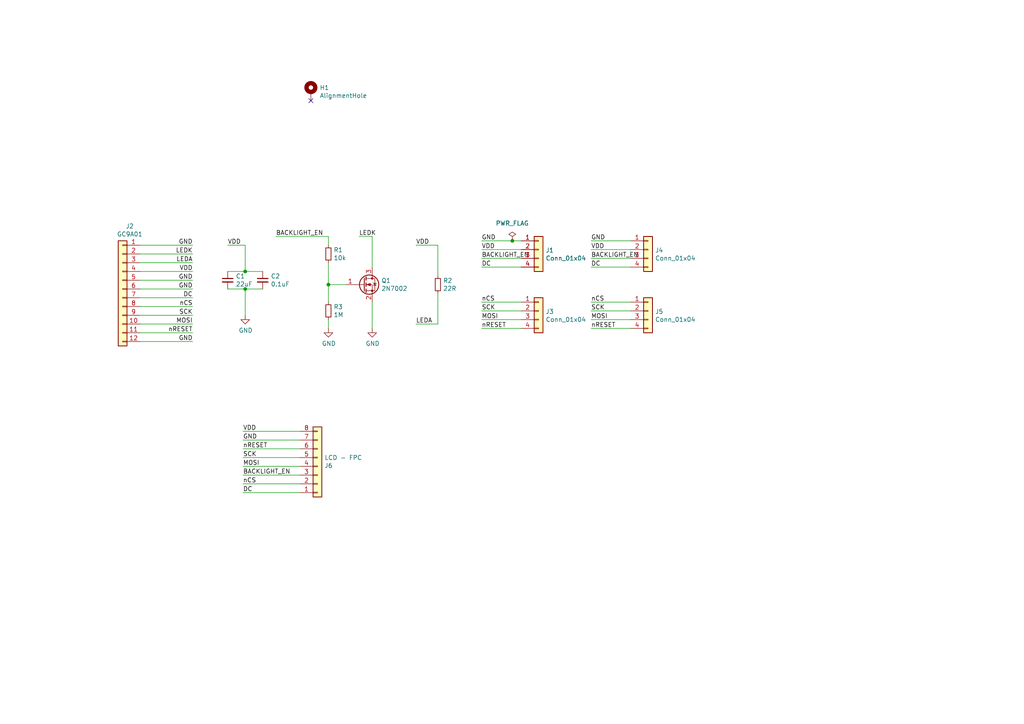
<source format=kicad_sch>
(kicad_sch (version 20230121) (generator eeschema)
  (paper "A4")
  (title_block (rev "${RELEASE_VERSION}") (comment 2 "${COMMIT_DATE_LONG}") (comment 3 "${COMMIT_HASH}"))
  (lib_symbols
    (symbol "Connector_Generic:Conn_01x04" (pin_names (offset 1.016) hide)
      (property "Reference" "J" (at 0 5.08 0))
      (property "Value" "Conn_01x04" (at 0 -7.62 0))
      (symbol "Conn_01x04_1_1"
        (rectangle (start -1.27 -4.953) (end 0 -5.207) (stroke (width 0.1524)))
        (rectangle (start -1.27 -2.413) (end 0 -2.667) (stroke (width 0.1524)))
        (rectangle (start -1.27 0.127) (end 0 -0.127) (stroke (width 0.1524)))
        (rectangle (start -1.27 2.667) (end 0 2.413) (stroke (width 0.1524)))
        (rectangle (start -1.27 3.81) (end 1.27 -6.35) (stroke (width 0.254)) (fill (type background)))
        (pin passive line (at -5.08 2.54 0) (length 3.81) (name "Pin_1") (number "1"))
        (pin passive line (at -5.08 0 0) (length 3.81) (name "Pin_2") (number "2"))
        (pin passive line (at -5.08 -2.54 0) (length 3.81) (name "Pin_3") (number "3"))
        (pin passive line (at -5.08 -5.08 0) (length 3.81) (name "Pin_4") (number "4"))
      )
    )
    (symbol "Connector_Generic:Conn_01x08" (pin_names (offset 1.016) hide)
      (property "Reference" "J" (at 0 10.16 0))
      (property "Value" "Conn_01x08" (at 0 -12.7 0))
      (symbol "Conn_01x08_1_1"
        (rectangle (start -1.27 -10.033) (end 0 -10.287) (stroke (width 0.1524)))
        (rectangle (start -1.27 -7.493) (end 0 -7.747) (stroke (width 0.1524)))
        (rectangle (start -1.27 -4.953) (end 0 -5.207) (stroke (width 0.1524)))
        (rectangle (start -1.27 -2.413) (end 0 -2.667) (stroke (width 0.1524)))
        (rectangle (start -1.27 0.127) (end 0 -0.127) (stroke (width 0.1524)))
        (rectangle (start -1.27 2.667) (end 0 2.413) (stroke (width 0.1524)))
        (rectangle (start -1.27 5.207) (end 0 4.953) (stroke (width 0.1524)))
        (rectangle (start -1.27 7.747) (end 0 7.493) (stroke (width 0.1524)))
        (rectangle (start -1.27 8.89) (end 1.27 -11.43) (stroke (width 0.254)) (fill (type background)))
        (pin passive line (at -5.08 7.62 0) (length 3.81) (name "Pin_1") (number "1"))
        (pin passive line (at -5.08 5.08 0) (length 3.81) (name "Pin_2") (number "2"))
        (pin passive line (at -5.08 2.54 0) (length 3.81) (name "Pin_3") (number "3"))
        (pin passive line (at -5.08 0 0) (length 3.81) (name "Pin_4") (number "4"))
        (pin passive line (at -5.08 -2.54 0) (length 3.81) (name "Pin_5") (number "5"))
        (pin passive line (at -5.08 -5.08 0) (length 3.81) (name "Pin_6") (number "6"))
        (pin passive line (at -5.08 -7.62 0) (length 3.81) (name "Pin_7") (number "7"))
        (pin passive line (at -5.08 -10.16 0) (length 3.81) (name "Pin_8") (number "8"))
      )
    )
    (symbol "Connector_Generic:Conn_01x12" (pin_names (offset 1.016) hide)
      (property "Reference" "J" (at 0 15.24 0))
      (property "Value" "Conn_01x12" (at 0 -17.78 0))
      (symbol "Conn_01x12_1_1"
        (rectangle (start -1.27 -15.113) (end 0 -15.367) (stroke (width 0.1524)))
        (rectangle (start -1.27 -12.573) (end 0 -12.827) (stroke (width 0.1524)))
        (rectangle (start -1.27 -10.033) (end 0 -10.287) (stroke (width 0.1524)))
        (rectangle (start -1.27 -7.493) (end 0 -7.747) (stroke (width 0.1524)))
        (rectangle (start -1.27 -4.953) (end 0 -5.207) (stroke (width 0.1524)))
        (rectangle (start -1.27 -2.413) (end 0 -2.667) (stroke (width 0.1524)))
        (rectangle (start -1.27 0.127) (end 0 -0.127) (stroke (width 0.1524)))
        (rectangle (start -1.27 2.667) (end 0 2.413) (stroke (width 0.1524)))
        (rectangle (start -1.27 5.207) (end 0 4.953) (stroke (width 0.1524)))
        (rectangle (start -1.27 7.747) (end 0 7.493) (stroke (width 0.1524)))
        (rectangle (start -1.27 10.287) (end 0 10.033) (stroke (width 0.1524)))
        (rectangle (start -1.27 12.827) (end 0 12.573) (stroke (width 0.1524)))
        (rectangle (start -1.27 13.97) (end 1.27 -16.51) (stroke (width 0.254)) (fill (type background)))
        (pin passive line (at -5.08 12.7 0) (length 3.81) (name "Pin_1") (number "1"))
        (pin passive line (at -5.08 -10.16 0) (length 3.81) (name "Pin_10") (number "10"))
        (pin passive line (at -5.08 -12.7 0) (length 3.81) (name "Pin_11") (number "11"))
        (pin passive line (at -5.08 -15.24 0) (length 3.81) (name "Pin_12") (number "12"))
        (pin passive line (at -5.08 10.16 0) (length 3.81) (name "Pin_2") (number "2"))
        (pin passive line (at -5.08 7.62 0) (length 3.81) (name "Pin_3") (number "3"))
        (pin passive line (at -5.08 5.08 0) (length 3.81) (name "Pin_4") (number "4"))
        (pin passive line (at -5.08 2.54 0) (length 3.81) (name "Pin_5") (number "5"))
        (pin passive line (at -5.08 0 0) (length 3.81) (name "Pin_6") (number "6"))
        (pin passive line (at -5.08 -2.54 0) (length 3.81) (name "Pin_7") (number "7"))
        (pin passive line (at -5.08 -5.08 0) (length 3.81) (name "Pin_8") (number "8"))
        (pin passive line (at -5.08 -7.62 0) (length 3.81) (name "Pin_9") (number "9"))
      )
    )
    (symbol "Device:C_Small" (pin_numbers hide) (pin_names (offset 0.254) hide)
      (property "Reference" "C" (at 0.254 1.778 0))
      (property "Value" "C_Small" (at 0.254 -2.032 0))
      (symbol "C_Small_0_1"
        (polyline (pts (xy -1.524 -0.508) (xy 1.524 -0.508)) (stroke (width 0.3302)))
        (polyline (pts (xy -1.524 0.508) (xy 1.524 0.508)) (stroke (width 0.3048)))
      )
      (symbol "C_Small_1_1"
        (pin passive line (at 0 2.54 270) (length 2.032) (name "~") (number "1"))
        (pin passive line (at 0 -2.54 90) (length 2.032) (name "~") (number "2"))
      )
    )
    (symbol "Device:R_Small" (pin_numbers hide) (pin_names (offset 0.254) hide)
      (property "Reference" "R" (at 0.762 0.508 0))
      (property "Value" "R_Small" (at 0.762 -1.016 0))
      (symbol "R_Small_0_1"
        (rectangle (start -0.762 1.778) (end 0.762 -1.778) (stroke (width 0.2032)))
      )
      (symbol "R_Small_1_1"
        (pin passive line (at 0 2.54 270) (length 0.762) (name "~") (number "1"))
        (pin passive line (at 0 -2.54 90) (length 0.762) (name "~") (number "2"))
      )
    )
    (symbol "Mechanical:MountingHole_Pad" (pin_numbers hide) (pin_names (offset 1.016) hide)
      (property "Reference" "H" (at 0 6.35 0))
      (property "Value" "MountingHole_Pad" (at 0 4.445 0))
      (symbol "MountingHole_Pad_0_1"
        (circle (center 0 1.27) (radius 1.27) (stroke (width 1.27)))
      )
      (symbol "MountingHole_Pad_1_1"
        (pin input line (at 0 -2.54 90) (length 2.54) (name "1") (number "1"))
      )
    )
    (symbol "Transistor_FET:2N7002" (pin_names hide)
      (property "Reference" "Q" (at 5.08 1.905 0))
      (property "Value" "2N7002" (at 5.08 0 0))
      (symbol "2N7002_0_1"
        (polyline (pts (xy 0.254 0) (xy -2.54 0)))
        (polyline (pts (xy 0.254 1.905) (xy 0.254 -1.905)) (stroke (width 0.254)))
        (polyline (pts (xy 0.762 -1.27) (xy 0.762 -2.286)) (stroke (width 0.254)))
        (polyline (pts (xy 0.762 0.508) (xy 0.762 -0.508)) (stroke (width 0.254)))
        (polyline (pts (xy 0.762 2.286) (xy 0.762 1.27)) (stroke (width 0.254)))
        (polyline (pts (xy 2.54 2.54) (xy 2.54 1.778)))
        (polyline (pts (xy 2.54 -2.54) (xy 2.54 0) (xy 0.762 0)))
        (polyline (pts (xy 0.762 -1.778) (xy 3.302 -1.778) (xy 3.302 1.778) (xy 0.762 1.778)))
        (polyline (pts (xy 1.016 0) (xy 2.032 0.381) (xy 2.032 -0.381) (xy 1.016 0)) (fill (type outline)))
        (polyline (pts (xy 2.794 0.508) (xy 2.921 0.381) (xy 3.683 0.381) (xy 3.81 0.254)))
        (polyline (pts (xy 3.302 0.381) (xy 2.921 -0.254) (xy 3.683 -0.254) (xy 3.302 0.381)))
        (circle (center 1.651 0) (radius 2.794) (stroke (width 0.254)))
        (circle (center 2.54 -1.778) (radius 0.254) (fill (type outline)))
        (circle (center 2.54 1.778) (radius 0.254) (fill (type outline)))
      )
      (symbol "2N7002_1_1"
        (pin input line (at -5.08 0 0) (length 2.54) (name "G") (number "1"))
        (pin passive line (at 2.54 -5.08 90) (length 2.54) (name "S") (number "2"))
        (pin passive line (at 2.54 5.08 270) (length 2.54) (name "D") (number "3"))
      )
    )
    (symbol "power:GND" (power) (pin_names (offset 0))
      (property "Value" "GND" (at 0 -3.81 0))
      (symbol "GND_0_1"
        (polyline (pts (xy 0 0) (xy 0 -1.27) (xy 1.27 -1.27) (xy 0 -2.54) (xy -1.27 -1.27) (xy 0 -1.27)))
      )
      (symbol "GND_1_1"
        (pin power_in line (at 0 0 270) (length 0) hide (name "GND") (number "1"))
      )
    )
    (symbol "power:PWR_FLAG" (power) (pin_numbers hide) (pin_names (offset 0) hide)
      (property "Value" "PWR_FLAG" (at 0 3.81 0))
      (symbol "PWR_FLAG_0_0"
        (pin power_out line (at 0 0 90) (length 0) (name "pwr") (number "1"))
      )
      (symbol "PWR_FLAG_0_1"
        (polyline (pts (xy 0 0) (xy 0 1.27) (xy -1.016 1.905) (xy 0 2.54) (xy 1.016 1.905) (xy 0 1.27)))
      )
    )
  )
  (junction (at 71.12 78.74))
  (junction (at 95.25 82.55))
  (junction (at 71.12 83.82))
  (junction (at 148.59 69.85))
  (no_connect (at 90.17 29.21))
  (wire (pts (xy 151.13 92.71) (xy 139.7 92.71)))
  (wire (pts (xy 71.12 83.82) (xy 66.04 83.82)))
  (wire (pts (xy 151.13 72.39) (xy 139.7 72.39)))
  (wire (pts (xy 70.485 142.875) (xy 86.995 142.875)))
  (wire (pts (xy 66.04 78.74) (xy 71.12 78.74)))
  (wire (pts (xy 182.88 69.85) (xy 171.45 69.85)))
  (wire (pts (xy 40.64 71.12) (xy 55.88 71.12)))
  (wire (pts (xy 71.12 83.82) (xy 71.12 91.44)))
  (wire (pts (xy 40.64 91.44) (xy 55.88 91.44)))
  (wire (pts (xy 40.64 93.98) (xy 55.88 93.98)))
  (wire (pts (xy 182.88 72.39) (xy 171.45 72.39)))
  (wire (pts (xy 151.13 90.17) (xy 139.7 90.17)))
  (wire (pts (xy 182.88 74.93) (xy 171.45 74.93)))
  (wire (pts (xy 71.12 78.74) (xy 71.12 71.12)))
  (wire (pts (xy 151.13 74.93) (xy 139.7 74.93)))
  (wire (pts (xy 86.995 140.335) (xy 70.485 140.335)))
  (wire (pts (xy 182.88 95.25) (xy 171.45 95.25)))
  (wire (pts (xy 148.59 69.85) (xy 139.7 69.85)))
  (wire (pts (xy 86.995 130.175) (xy 70.485 130.175)))
  (wire (pts (xy 95.25 68.58) (xy 95.25 71.12)))
  (wire (pts (xy 151.13 95.25) (xy 139.7 95.25)))
  (wire (pts (xy 151.13 87.63) (xy 139.7 87.63)))
  (wire (pts (xy 40.64 73.66) (xy 55.88 73.66)))
  (wire (pts (xy 100.33 82.55) (xy 95.25 82.55)))
  (wire (pts (xy 40.64 78.74) (xy 55.88 78.74)))
  (wire (pts (xy 71.12 78.74) (xy 76.2 78.74)))
  (wire (pts (xy 151.13 69.85) (xy 148.59 69.85)))
  (wire (pts (xy 70.485 125.095) (xy 86.995 125.095)))
  (wire (pts (xy 40.64 83.82) (xy 55.88 83.82)))
  (wire (pts (xy 40.64 86.36) (xy 55.88 86.36)))
  (wire (pts (xy 40.64 96.52) (xy 55.88 96.52)))
  (wire (pts (xy 127 80.01) (xy 127 71.12)))
  (wire (pts (xy 182.88 92.71) (xy 171.45 92.71)))
  (wire (pts (xy 95.25 76.2) (xy 95.25 82.55)))
  (wire (pts (xy 70.485 127.635) (xy 86.995 127.635)))
  (wire (pts (xy 151.13 77.47) (xy 139.7 77.47)))
  (wire (pts (xy 71.12 71.12) (xy 66.04 71.12)))
  (wire (pts (xy 127 93.98) (xy 127 85.09)))
  (wire (pts (xy 182.88 87.63) (xy 171.45 87.63)))
  (wire (pts (xy 76.2 83.82) (xy 71.12 83.82)))
  (wire (pts (xy 95.25 82.55) (xy 95.25 87.63)))
  (wire (pts (xy 80.01 68.58) (xy 95.25 68.58)))
  (wire (pts (xy 107.95 68.58) (xy 104.14 68.58)))
  (wire (pts (xy 182.88 90.17) (xy 171.45 90.17)))
  (wire (pts (xy 40.64 99.06) (xy 55.88 99.06)))
  (wire (pts (xy 40.64 81.28) (xy 55.88 81.28)))
  (wire (pts (xy 70.485 137.795) (xy 86.995 137.795)))
  (wire (pts (xy 107.95 87.63) (xy 107.95 95.25)))
  (wire (pts (xy 107.95 77.47) (xy 107.95 68.58)))
  (wire (pts (xy 120.65 93.98) (xy 127 93.98)))
  (wire (pts (xy 86.995 135.255) (xy 70.485 135.255)))
  (wire (pts (xy 95.25 95.25) (xy 95.25 92.71)))
  (wire (pts (xy 70.485 132.715) (xy 86.995 132.715)))
  (wire (pts (xy 40.64 88.9) (xy 55.88 88.9)))
  (wire (pts (xy 127 71.12) (xy 120.65 71.12)))
  (wire (pts (xy 182.88 77.47) (xy 171.45 77.47)))
  (wire (pts (xy 40.64 76.2) (xy 55.88 76.2)))
  (label "BACKLIGHT_EN" (at 80.01 68.58 0))
  (label "MOSI" (at 139.7 92.71 0))
  (label "GND" (at 55.88 81.28 180))
  (label "VDD" (at 139.7 72.39 0))
  (label "VDD" (at 120.65 71.12 0))
  (label "VDD" (at 171.45 72.39 0))
  (label "DC" (at 55.88 86.36 180))
  (label "nRESET" (at 55.88 96.52 180))
  (label "LEDK" (at 104.14 68.58 0))
  (label "nCS" (at 70.485 140.335 0))
  (label "DC" (at 139.7 77.47 0))
  (label "LEDA" (at 55.88 76.2 180))
  (label "GND" (at 55.88 99.06 180))
  (label "MOSI" (at 55.88 93.98 180))
  (label "SCK" (at 70.485 132.715 0))
  (label "VDD" (at 66.04 71.12 0))
  (label "GND" (at 55.88 83.82 180))
  (label "SCK" (at 171.45 90.17 0))
  (label "GND" (at 139.7 69.85 0))
  (label "BACKLIGHT_EN" (at 139.7 74.93 0))
  (label "BACKLIGHT_EN" (at 70.485 137.795 0))
  (label "MOSI" (at 171.45 92.71 0))
  (label "nCS" (at 139.7 87.63 0))
  (label "LEDK" (at 55.88 73.66 180))
  (label "SCK" (at 55.88 91.44 180))
  (label "VDD" (at 70.485 125.095 0))
  (label "BACKLIGHT_EN" (at 171.45 74.93 0))
  (label "GND" (at 70.485 127.635 0))
  (label "nRESET" (at 171.45 95.25 0))
  (label "GND" (at 171.45 69.85 0))
  (label "VDD" (at 55.88 78.74 180))
  (label "DC" (at 70.485 142.875 0))
  (label "DC" (at 171.45 77.47 0))
  (label "MOSI" (at 70.485 135.255 0))
  (label "LEDA" (at 120.65 93.98 0))
  (label "SCK" (at 139.7 90.17 0))
  (label "nRESET" (at 139.7 95.25 0))
  (label "nCS" (at 55.88 88.9 180))
  (label "nRESET" (at 70.485 130.175 0))
  (label "GND" (at 55.88 71.12 180))
  (label "nCS" (at 171.45 87.63 0))
  (symbol (lib_id "Mechanical:MountingHole_Pad") (at 90.17 26.67 0) (unit 1)
    (property "Reference" "H1" (at 92.71 25.4254 0) (effects (justify left)))
    (property "Value" "AlignmentHole" (at 92.71 27.7368 0) (effects (justify left)))
    (property "Footprint" "Holes:AlignmentHole_1.6" (effects hide))
  )
  (symbol (lib_id "Connector_Generic:Conn_01x12") (at 35.56 83.82 0) (mirror y) (unit 1)
    (property "Reference" "J2" (at 37.6428 65.6082 0))
    (property "Value" "GC9A01" (at 37.6428 67.9196 0))
    (property "Footprint" "LCD_GC9A01:GC9A01Round1.28" (effects hide))
    (property "AliExpress" "https://www.aliexpress.com/item/1005001321857930.html" (effects hide))
    (property "Digikey" "N/A" (effects hide))
    (property "LCSC" "N/A" (effects hide))
    (property "Mouser" "N/A" (effects hide))
  )
  (symbol (lib_id "Connector_Generic:Conn_01x04") (at 156.21 72.39 0) (unit 1)
    (property "Reference" "J1" (at 158.242 72.5932 0) (effects (justify left)))
    (property "Value" "Conn_01x04" (at 158.242 74.9046 0) (effects (justify left)))
    (property "Footprint" "SolderPads:SolderPads_2mm_4" (effects hide))
  )
  (symbol (lib_id "Connector_Generic:Conn_01x04") (at 156.21 90.17 0) (unit 1)
    (property "Reference" "J3" (at 158.242 90.3732 0) (effects (justify left)))
    (property "Value" "Conn_01x04" (at 158.242 92.6846 0) (effects (justify left)))
    (property "Footprint" "SolderPads:SolderPads_2mm_4" (effects hide))
  )
  (symbol (lib_id "Transistor_FET:2N7002") (at 105.41 82.55 0) (unit 1)
    (property "Reference" "Q1" (at 110.5916 81.3816 0) (effects (justify left)))
    (property "Value" "2N7002" (at 110.5916 83.693 0) (effects (justify left)))
    (property "Footprint" "Package_TO_SOT_SMD:SOT-23" (effects hide))
    (property "Datasheet" "https://www.onsemi.com/pub/Collateral/NDS7002A-D.PDF" (effects hide))
    (property "Digikey" "2N7002H6327XTSA2CT-ND" (effects hide))
    (property "LCSC" "2N7002" (effects hide))
    (property "Mouser" "771-2N7002NXAKR" (effects hide))
  )
  (symbol (lib_id "power:GND") (at 107.95 95.25 0) (unit 1)
    (property "Reference" "#PWR03" (effects hide))
    (property "Value" "GND" (at 108.077 99.6442 0))
  )
  (symbol (lib_id "power:GND") (at 95.25 95.25 0) (unit 1)
    (property "Reference" "#PWR02" (effects hide))
    (property "Value" "GND" (at 95.377 99.6442 0))
  )
  (symbol (lib_id "Device:R_Small") (at 95.25 90.17 0) (unit 1)
    (property "Reference" "R3" (at 96.7486 89.0016 0) (effects (justify left)))
    (property "Value" "1M" (at 96.7486 91.313 0) (effects (justify left)))
    (property "Footprint" "Resistor_SMD:R_0603_1608Metric" (effects hide))
    (property "Digikey" "RMCF0603JT1M00CT-ND" (effects hide))
    (property "Mouser" "652-CR0603FX-1004ELF" (effects hide))
  )
  (symbol (lib_id "Device:R_Small") (at 95.25 73.66 0) (unit 1)
    (property "Reference" "R1" (at 96.7486 72.4916 0) (effects (justify left)))
    (property "Value" "10k" (at 96.7486 74.803 0) (effects (justify left)))
    (property "Footprint" "Resistor_SMD:R_0603_1608Metric" (effects hide))
    (property "Digikey" "RMCF0603JT10K0CT-ND" (effects hide))
    (property "LCSC" "C98220" (effects hide))
    (property "Mouser" "652-CR0603FX-1002ELF" (effects hide))
  )
  (symbol (lib_id "Device:C_Small") (at 66.04 81.28 0) (unit 1)
    (property "Reference" "C1" (at 68.3768 80.1116 0) (effects (justify left)))
    (property "Value" "22uF" (at 68.3768 82.423 0) (effects (justify left)))
    (property "Footprint" "Capacitor_SMD:C_0805_2012Metric" (effects hide))
    (property "Digikey" "1276-CL21A226MAYNNNECT-ND" (effects hide))
    (property "LCSC" "C98190" (effects hide))
    (property "Mouser" "187-CL21A226MAYNNNE" (effects hide))
  )
  (symbol (lib_id "power:GND") (at 71.12 91.44 0) (unit 1)
    (property "Reference" "#PWR01" (effects hide))
    (property "Value" "GND" (at 71.247 95.8342 0))
  )
  (symbol (lib_id "Device:R_Small") (at 127 82.55 0) (unit 1)
    (property "Reference" "R2" (at 128.4986 81.3816 0) (effects (justify left)))
    (property "Value" "22R" (at 128.4986 83.693 0) (effects (justify left)))
    (property "Footprint" "Resistor_SMD:R_0603_1608Metric" (effects hide))
    (property "Digikey" "RMCF0603JT22R0CT-ND" (effects hide))
    (property "Mouser" "652-CR0603FX-22R0ELF" (effects hide))
  )
  (symbol (lib_id "Device:C_Small") (at 76.2 81.28 0) (unit 1)
    (property "Reference" "C2" (at 78.5368 80.1116 0) (effects (justify left)))
    (property "Value" "0.1uF" (at 78.5368 82.423 0) (effects (justify left)))
    (property "Footprint" "Capacitor_SMD:C_0603_1608Metric" (effects hide))
    (property "Digikey" "1276-1935-1-ND" (effects hide))
    (property "LCSC" "C1591" (effects hide))
    (property "Mouser" "187-CL10B104KB8NNWC" (effects hide))
  )
  (symbol (lib_id "Connector_Generic:Conn_01x04") (at 187.96 72.39 0) (unit 1)
    (property "Reference" "J4" (at 189.992 72.5932 0) (effects (justify left)))
    (property "Value" "Conn_01x04" (at 189.992 74.9046 0) (effects (justify left)))
    (property "Footprint" "SolderPads:SolderPads_2mm_4" (effects hide))
  )
  (symbol (lib_id "Connector_Generic:Conn_01x04") (at 187.96 90.17 0) (unit 1)
    (property "Reference" "J5" (at 189.992 90.3732 0) (effects (justify left)))
    (property "Value" "Conn_01x04" (at 189.992 92.6846 0) (effects (justify left)))
    (property "Footprint" "SolderPads:SolderPads_2mm_4" (effects hide))
  )
  (symbol (lib_id "Connector_Generic:Conn_01x08") (at 92.075 135.255 0) (mirror x) (unit 1)
    (property "Reference" "J6" (at 94.107 135.0518 0) (effects (justify left)))
    (property "Value" "LCD - FPC" (at 94.107 132.7404 0) (effects (justify left)))
    (property "Footprint" "screen_connector:Amphenol FCI FPC 8 pin 0.5 pitch" (effects hide))
  )
  (symbol (lib_id "power:PWR_FLAG") (at 148.59 69.85 0) (unit 1)
    (property "Reference" "#FLG0101" (effects hide))
    (property "Value" "PWR_FLAG" (at 148.59 64.77 0))
  )
)
</source>
